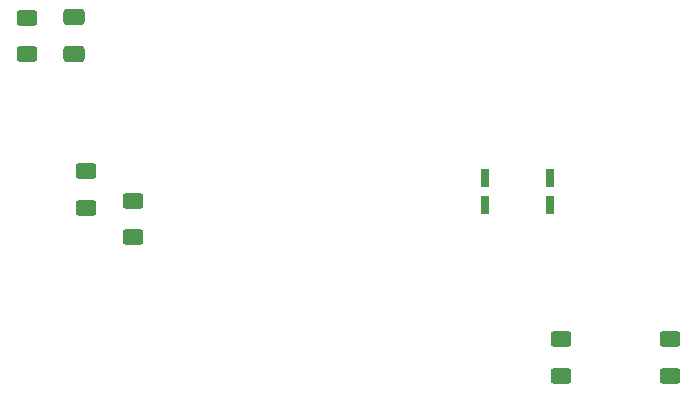
<source format=gtp>
G04 #@! TF.GenerationSoftware,KiCad,Pcbnew,8.0.1*
G04 #@! TF.CreationDate,2024-04-01T00:43:30-05:00*
G04 #@! TF.ProjectId,sneksafe,736e656b-7361-4666-952e-6b696361645f,rev?*
G04 #@! TF.SameCoordinates,Original*
G04 #@! TF.FileFunction,Paste,Top*
G04 #@! TF.FilePolarity,Positive*
%FSLAX46Y46*%
G04 Gerber Fmt 4.6, Leading zero omitted, Abs format (unit mm)*
G04 Created by KiCad (PCBNEW 8.0.1) date 2024-04-01 00:43:30*
%MOMM*%
%LPD*%
G01*
G04 APERTURE LIST*
G04 Aperture macros list*
%AMRoundRect*
0 Rectangle with rounded corners*
0 $1 Rounding radius*
0 $2 $3 $4 $5 $6 $7 $8 $9 X,Y pos of 4 corners*
0 Add a 4 corners polygon primitive as box body*
4,1,4,$2,$3,$4,$5,$6,$7,$8,$9,$2,$3,0*
0 Add four circle primitives for the rounded corners*
1,1,$1+$1,$2,$3*
1,1,$1+$1,$4,$5*
1,1,$1+$1,$6,$7*
1,1,$1+$1,$8,$9*
0 Add four rect primitives between the rounded corners*
20,1,$1+$1,$2,$3,$4,$5,0*
20,1,$1+$1,$4,$5,$6,$7,0*
20,1,$1+$1,$6,$7,$8,$9,0*
20,1,$1+$1,$8,$9,$2,$3,0*%
G04 Aperture macros list end*
%ADD10RoundRect,0.250000X0.625000X-0.400000X0.625000X0.400000X-0.625000X0.400000X-0.625000X-0.400000X0*%
%ADD11RoundRect,0.250000X-0.625000X0.400000X-0.625000X-0.400000X0.625000X-0.400000X0.625000X0.400000X0*%
%ADD12R,0.700000X1.600000*%
%ADD13RoundRect,0.250000X-0.650000X0.412500X-0.650000X-0.412500X0.650000X-0.412500X0.650000X0.412500X0*%
G04 APERTURE END LIST*
D10*
X142500000Y-84550000D03*
X142500000Y-81450000D03*
X146500000Y-87050000D03*
X146500000Y-83950000D03*
D11*
X137500000Y-68480000D03*
X137500000Y-71580000D03*
X191938500Y-95700000D03*
X191938500Y-98800000D03*
X182688500Y-95700000D03*
X182688500Y-98800000D03*
D12*
X176250000Y-84350000D03*
X181750000Y-84350000D03*
X181750000Y-82050000D03*
X176250000Y-82050000D03*
D13*
X141500000Y-68437500D03*
X141500000Y-71562500D03*
M02*

</source>
